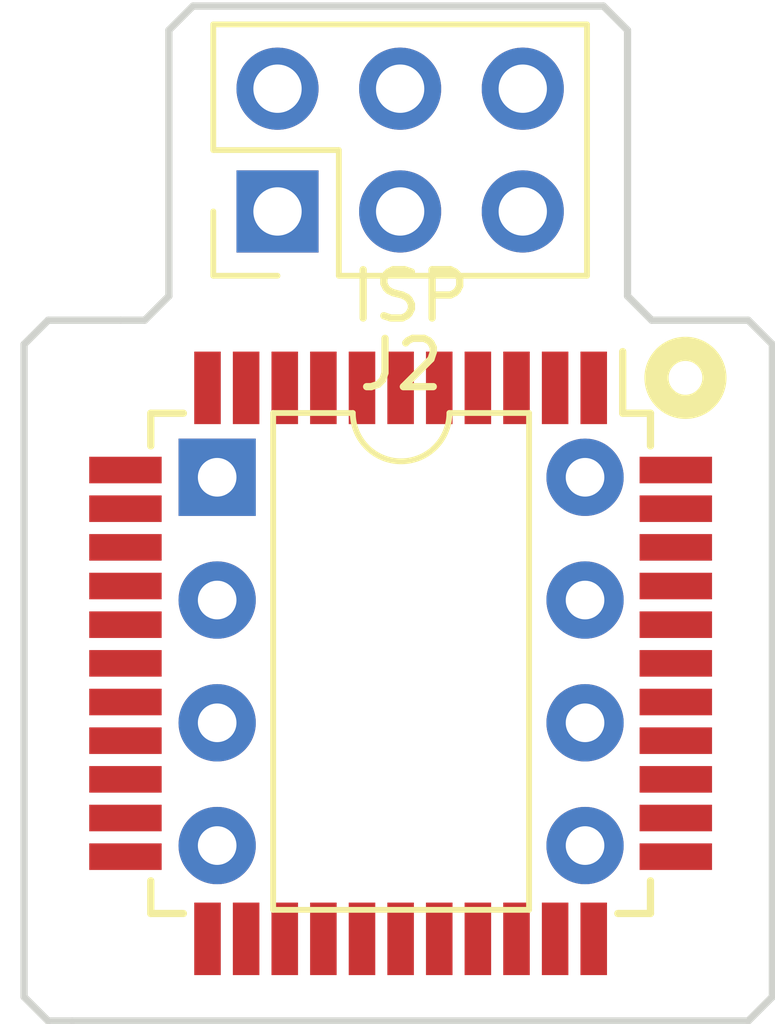
<source format=kicad_pcb>
(kicad_pcb (version 20171130) (host pcbnew "(5.0.0)")

  (general
    (thickness 1.6)
    (drawings 19)
    (tracks 0)
    (zones 0)
    (modules 3)
    (nets 12)
  )

  (page A4)
  (layers
    (0 F.Cu signal)
    (31 B.Cu signal)
    (32 B.Adhes user hide)
    (33 F.Adhes user hide)
    (34 B.Paste user)
    (35 F.Paste user)
    (36 B.SilkS user)
    (37 F.SilkS user)
    (38 B.Mask user)
    (39 F.Mask user)
    (40 Dwgs.User user hide)
    (41 Cmts.User user hide)
    (42 Eco1.User user hide)
    (43 Eco2.User user hide)
    (44 Edge.Cuts user)
    (45 Margin user)
    (46 B.CrtYd user)
    (47 F.CrtYd user)
    (48 B.Fab user)
    (49 F.Fab user)
  )

  (setup
    (last_trace_width 0.25)
    (trace_clearance 0.2)
    (zone_clearance 0.508)
    (zone_45_only no)
    (trace_min 0.2)
    (segment_width 0.2)
    (edge_width 0.15)
    (via_size 0.8)
    (via_drill 0.4)
    (via_min_size 0.4)
    (via_min_drill 0.3)
    (uvia_size 0.3)
    (uvia_drill 0.1)
    (uvias_allowed no)
    (uvia_min_size 0.2)
    (uvia_min_drill 0.1)
    (pcb_text_width 0.3)
    (pcb_text_size 1.5 1.5)
    (mod_edge_width 0.15)
    (mod_text_size 1 1)
    (mod_text_width 0.15)
    (pad_size 1.524 1.524)
    (pad_drill 0.762)
    (pad_to_mask_clearance 0.2)
    (aux_axis_origin 0 0)
    (visible_elements 7FFFFFFF)
    (pcbplotparams
      (layerselection 0x010fc_ffffffff)
      (usegerberextensions false)
      (usegerberattributes false)
      (usegerberadvancedattributes false)
      (creategerberjobfile false)
      (excludeedgelayer true)
      (linewidth 0.100000)
      (plotframeref false)
      (viasonmask false)
      (mode 1)
      (useauxorigin false)
      (hpglpennumber 1)
      (hpglpenspeed 20)
      (hpglpendiameter 15.000000)
      (psnegative false)
      (psa4output false)
      (plotreference true)
      (plotvalue true)
      (plotinvisibletext false)
      (padsonsilk false)
      (subtractmaskfromsilk false)
      (outputformat 1)
      (mirror false)
      (drillshape 0)
      (scaleselection 1)
      (outputdirectory "gerb/"))
  )

  (net 0 "")
  (net 1 MOSI)
  (net 2 RESET)
  (net 3 MISO)
  (net 4 GND)
  (net 5 PB2)
  (net 6 Vcc)
  (net 7 AD2)
  (net 8 PB3)
  (net 9 SCK)
  (net 10 PB1)
  (net 11 PB0)

  (net_class Default "This is the default net class."
    (clearance 0.2)
    (trace_width 0.25)
    (via_dia 0.8)
    (via_drill 0.4)
    (uvia_dia 0.3)
    (uvia_drill 0.1)
    (add_net AD2)
    (add_net GND)
    (add_net MISO)
    (add_net MOSI)
    (add_net PB0)
    (add_net PB1)
    (add_net PB2)
    (add_net PB3)
    (add_net RESET)
    (add_net SCK)
    (add_net Vcc)
  )

  (module Housings_QFP:TQFP-44_10x10mm_Pitch0.8mm (layer F.Cu) (tedit 5BB3403C) (tstamp 5BB32897)
    (at 161.3 94.6 270)
    (descr "44-Lead Plastic Thin Quad Flatpack (PT) - 10x10x1.0 mm Body [TQFP] (see Microchip Packaging Specification 00000049BS.pdf)")
    (tags "QFP 0.8")
    (path /5BB328B5)
    (attr smd)
    (fp_text reference U1 (at 0 -7.45 270) (layer F.Fab) hide
      (effects (font (size 1 1) (thickness 0.15)))
    )
    (fp_text value ATmega1284P-AU (at 0 7.45 270) (layer F.Fab)
      (effects (font (size 1 1) (thickness 0.15)))
    )
    (fp_line (start -5.175 -4.6) (end -6.45 -4.6) (layer F.SilkS) (width 0.15))
    (fp_line (start 5.175 -5.175) (end 4.5 -5.175) (layer F.SilkS) (width 0.15))
    (fp_line (start 5.175 5.175) (end 4.5 5.175) (layer F.SilkS) (width 0.15))
    (fp_line (start -5.175 5.175) (end -4.5 5.175) (layer F.SilkS) (width 0.15))
    (fp_line (start -5.175 -5.175) (end -4.5 -5.175) (layer F.SilkS) (width 0.15))
    (fp_line (start -5.175 5.175) (end -5.175 4.5) (layer F.SilkS) (width 0.15))
    (fp_line (start 5.175 5.175) (end 5.175 4.5) (layer F.SilkS) (width 0.15))
    (fp_line (start 5.175 -5.175) (end 5.175 -4.5) (layer F.SilkS) (width 0.15))
    (fp_line (start -5.175 -5.175) (end -5.175 -4.6) (layer F.SilkS) (width 0.15))
    (fp_line (start -6.7 6.7) (end 6.7 6.7) (layer F.CrtYd) (width 0.05))
    (fp_line (start -6.7 -6.7) (end 6.7 -6.7) (layer F.CrtYd) (width 0.05))
    (fp_line (start 6.7 -6.7) (end 6.7 6.7) (layer F.CrtYd) (width 0.05))
    (fp_line (start -6.7 -6.7) (end -6.7 6.7) (layer F.CrtYd) (width 0.05))
    (fp_line (start -5 -4) (end -4 -5) (layer F.Fab) (width 0.15))
    (fp_line (start -5 5) (end -5 -4) (layer F.Fab) (width 0.15))
    (fp_line (start 5 5) (end -5 5) (layer F.Fab) (width 0.15))
    (fp_line (start 5 -5) (end 5 5) (layer F.Fab) (width 0.15))
    (fp_line (start -4 -5) (end 5 -5) (layer F.Fab) (width 0.15))
    (fp_text user %R (at 0 0 270) (layer F.Fab)
      (effects (font (size 1 1) (thickness 0.15)))
    )
    (pad 44 smd rect (at -4 -5.7) (size 1.5 0.55) (layers F.Cu F.Paste F.Mask))
    (pad 43 smd rect (at -3.2 -5.7) (size 1.5 0.55) (layers F.Cu F.Paste F.Mask)
      (net 8 PB3))
    (pad 42 smd rect (at -2.4 -5.7) (size 1.5 0.55) (layers F.Cu F.Paste F.Mask)
      (net 5 PB2))
    (pad 41 smd rect (at -1.6 -5.7) (size 1.5 0.55) (layers F.Cu F.Paste F.Mask)
      (net 10 PB1))
    (pad 40 smd rect (at -0.8 -5.7) (size 1.5 0.55) (layers F.Cu F.Paste F.Mask)
      (net 11 PB0))
    (pad 39 smd rect (at 0 -5.7) (size 1.5 0.55) (layers F.Cu F.Paste F.Mask)
      (net 4 GND))
    (pad 38 smd rect (at 0.8 -5.7) (size 1.5 0.55) (layers F.Cu F.Paste F.Mask)
      (net 6 Vcc))
    (pad 37 smd rect (at 1.6 -5.7) (size 1.5 0.55) (layers F.Cu F.Paste F.Mask))
    (pad 36 smd rect (at 2.4 -5.7) (size 1.5 0.55) (layers F.Cu F.Paste F.Mask))
    (pad 35 smd rect (at 3.2 -5.7) (size 1.5 0.55) (layers F.Cu F.Paste F.Mask)
      (net 7 AD2))
    (pad 34 smd rect (at 4 -5.7) (size 1.5 0.55) (layers F.Cu F.Paste F.Mask))
    (pad 33 smd rect (at 5.7 -4 270) (size 1.5 0.55) (layers F.Cu F.Paste F.Mask))
    (pad 32 smd rect (at 5.7 -3.2 270) (size 1.5 0.55) (layers F.Cu F.Paste F.Mask))
    (pad 31 smd rect (at 5.7 -2.4 270) (size 1.5 0.55) (layers F.Cu F.Paste F.Mask))
    (pad 30 smd rect (at 5.7 -1.6 270) (size 1.5 0.55) (layers F.Cu F.Paste F.Mask))
    (pad 29 smd rect (at 5.7 -0.8 270) (size 1.5 0.55) (layers F.Cu F.Paste F.Mask))
    (pad 28 smd rect (at 5.7 0 270) (size 1.5 0.55) (layers F.Cu F.Paste F.Mask)
      (net 4 GND))
    (pad 27 smd rect (at 5.7 0.8 270) (size 1.5 0.55) (layers F.Cu F.Paste F.Mask)
      (net 6 Vcc))
    (pad 26 smd rect (at 5.7 1.6 270) (size 1.5 0.55) (layers F.Cu F.Paste F.Mask))
    (pad 25 smd rect (at 5.7 2.4 270) (size 1.5 0.55) (layers F.Cu F.Paste F.Mask))
    (pad 24 smd rect (at 5.7 3.2 270) (size 1.5 0.55) (layers F.Cu F.Paste F.Mask))
    (pad 23 smd rect (at 5.7 4 270) (size 1.5 0.55) (layers F.Cu F.Paste F.Mask))
    (pad 22 smd rect (at 4 5.7) (size 1.5 0.55) (layers F.Cu F.Paste F.Mask))
    (pad 21 smd rect (at 3.2 5.7) (size 1.5 0.55) (layers F.Cu F.Paste F.Mask))
    (pad 20 smd rect (at 2.4 5.7) (size 1.5 0.55) (layers F.Cu F.Paste F.Mask))
    (pad 19 smd rect (at 1.6 5.7) (size 1.5 0.55) (layers F.Cu F.Paste F.Mask))
    (pad 18 smd rect (at 0.8 5.7) (size 1.5 0.55) (layers F.Cu F.Paste F.Mask)
      (net 4 GND))
    (pad 17 smd rect (at 0 5.7) (size 1.5 0.55) (layers F.Cu F.Paste F.Mask)
      (net 6 Vcc))
    (pad 16 smd rect (at -0.8 5.7) (size 1.5 0.55) (layers F.Cu F.Paste F.Mask))
    (pad 15 smd rect (at -1.6 5.7) (size 1.5 0.55) (layers F.Cu F.Paste F.Mask))
    (pad 14 smd rect (at -2.4 5.7) (size 1.5 0.55) (layers F.Cu F.Paste F.Mask))
    (pad 13 smd rect (at -3.2 5.7) (size 1.5 0.55) (layers F.Cu F.Paste F.Mask))
    (pad 12 smd rect (at -4 5.7) (size 1.5 0.55) (layers F.Cu F.Paste F.Mask))
    (pad 11 smd rect (at -5.7 4 270) (size 1.5 0.55) (layers F.Cu F.Paste F.Mask))
    (pad 10 smd rect (at -5.7 3.2 270) (size 1.5 0.55) (layers F.Cu F.Paste F.Mask))
    (pad 9 smd rect (at -5.7 2.4 270) (size 1.5 0.55) (layers F.Cu F.Paste F.Mask))
    (pad 8 smd rect (at -5.7 1.6 270) (size 1.5 0.55) (layers F.Cu F.Paste F.Mask))
    (pad 7 smd rect (at -5.7 0.8 270) (size 1.5 0.55) (layers F.Cu F.Paste F.Mask))
    (pad 6 smd rect (at -5.7 0 270) (size 1.5 0.55) (layers F.Cu F.Paste F.Mask)
      (net 4 GND))
    (pad 5 smd rect (at -5.7 -0.8 270) (size 1.5 0.55) (layers F.Cu F.Paste F.Mask)
      (net 6 Vcc))
    (pad 4 smd rect (at -5.7 -1.6 270) (size 1.5 0.55) (layers F.Cu F.Paste F.Mask)
      (net 2 RESET))
    (pad 3 smd rect (at -5.7 -2.4 270) (size 1.5 0.55) (layers F.Cu F.Paste F.Mask)
      (net 9 SCK))
    (pad 2 smd rect (at -5.7 -3.2 270) (size 1.5 0.55) (layers F.Cu F.Paste F.Mask)
      (net 3 MISO))
    (pad 1 smd rect (at -5.7 -4 270) (size 1.5 0.55) (layers F.Cu F.Paste F.Mask)
      (net 1 MOSI))
    (model ${KISYS3DMOD}/Housings_QFP.3dshapes/TQFP-44_10x10mm_Pitch0.8mm.wrl
      (at (xyz 0 0 0))
      (scale (xyz 1 1 1))
      (rotate (xyz 0 0 0))
    )
  )

  (module Pin_Headers:Pin_Header_Straight_2x03_Pitch2.54mm (layer F.Cu) (tedit 5BE02FF8) (tstamp 5BE0304B)
    (at 158.75 85.25 90)
    (descr "Through hole straight pin header, 2x03, 2.54mm pitch, double rows")
    (tags "Through hole pin header THT 2x03 2.54mm double row")
    (path /5BE02E03)
    (fp_text reference J1 (at 1.27 -2.33 90) (layer F.Fab)
      (effects (font (size 1 1) (thickness 0.15)))
    )
    (fp_text value ISP (at -1.75 2.75 180) (layer F.SilkS)
      (effects (font (size 1 1) (thickness 0.15)))
    )
    (fp_text user %R (at 1.27 2.54 180) (layer F.Fab)
      (effects (font (size 1 1) (thickness 0.15)))
    )
    (fp_line (start 4.35 -1.8) (end -1.8 -1.8) (layer F.CrtYd) (width 0.05))
    (fp_line (start 4.35 6.85) (end 4.35 -1.8) (layer F.CrtYd) (width 0.05))
    (fp_line (start -1.8 6.85) (end 4.35 6.85) (layer F.CrtYd) (width 0.05))
    (fp_line (start -1.8 -1.8) (end -1.8 6.85) (layer F.CrtYd) (width 0.05))
    (fp_line (start -1.33 -1.33) (end 0 -1.33) (layer F.SilkS) (width 0.12))
    (fp_line (start -1.33 0) (end -1.33 -1.33) (layer F.SilkS) (width 0.12))
    (fp_line (start 1.27 -1.33) (end 3.87 -1.33) (layer F.SilkS) (width 0.12))
    (fp_line (start 1.27 1.27) (end 1.27 -1.33) (layer F.SilkS) (width 0.12))
    (fp_line (start -1.33 1.27) (end 1.27 1.27) (layer F.SilkS) (width 0.12))
    (fp_line (start 3.87 -1.33) (end 3.87 6.41) (layer F.SilkS) (width 0.12))
    (fp_line (start -1.33 1.27) (end -1.33 6.41) (layer F.SilkS) (width 0.12))
    (fp_line (start -1.33 6.41) (end 3.87 6.41) (layer F.SilkS) (width 0.12))
    (fp_line (start -1.27 0) (end 0 -1.27) (layer F.Fab) (width 0.1))
    (fp_line (start -1.27 6.35) (end -1.27 0) (layer F.Fab) (width 0.1))
    (fp_line (start 3.81 6.35) (end -1.27 6.35) (layer F.Fab) (width 0.1))
    (fp_line (start 3.81 -1.27) (end 3.81 6.35) (layer F.Fab) (width 0.1))
    (fp_line (start 0 -1.27) (end 3.81 -1.27) (layer F.Fab) (width 0.1))
    (pad 6 thru_hole oval (at 2.54 5.08 90) (size 1.7 1.7) (drill 1) (layers *.Cu *.Mask)
      (net 4 GND))
    (pad 5 thru_hole oval (at 0 5.08 90) (size 1.7 1.7) (drill 1) (layers *.Cu *.Mask)
      (net 2 RESET))
    (pad 4 thru_hole oval (at 2.54 2.54 90) (size 1.7 1.7) (drill 1) (layers *.Cu *.Mask)
      (net 1 MOSI))
    (pad 3 thru_hole oval (at 0 2.54 90) (size 1.7 1.7) (drill 1) (layers *.Cu *.Mask)
      (net 9 SCK))
    (pad 2 thru_hole oval (at 2.54 0 90) (size 1.7 1.7) (drill 1) (layers *.Cu *.Mask)
      (net 6 Vcc))
    (pad 1 thru_hole rect (at 0 0 90) (size 1.7 1.7) (drill 1) (layers *.Cu *.Mask)
      (net 3 MISO))
    (model ${KISYS3DMOD}/Pin_Headers.3dshapes/Pin_Header_Straight_2x03_Pitch2.54mm.wrl
      (at (xyz 0 0 0))
      (scale (xyz 1 1 1))
      (rotate (xyz 0 0 0))
    )
  )

  (module Housings_DIP:DIP-8_W7.62mm (layer F.Cu) (tedit 59C78D6B) (tstamp 5BE02FDE)
    (at 157.5 90.75)
    (descr "8-lead though-hole mounted DIP package, row spacing 7.62 mm (300 mils)")
    (tags "THT DIP DIL PDIP 2.54mm 7.62mm 300mil")
    (path /5BB3296C)
    (fp_text reference J2 (at 3.81 -2.33) (layer F.SilkS)
      (effects (font (size 1 1) (thickness 0.15)))
    )
    (fp_text value DIP8 (at 3.81 9.95) (layer F.Fab)
      (effects (font (size 1 1) (thickness 0.15)))
    )
    (fp_text user %R (at 3.81 3.81) (layer F.Fab)
      (effects (font (size 1 1) (thickness 0.15)))
    )
    (fp_line (start 8.7 -1.55) (end -1.1 -1.55) (layer F.CrtYd) (width 0.05))
    (fp_line (start 8.7 9.15) (end 8.7 -1.55) (layer F.CrtYd) (width 0.05))
    (fp_line (start -1.1 9.15) (end 8.7 9.15) (layer F.CrtYd) (width 0.05))
    (fp_line (start -1.1 -1.55) (end -1.1 9.15) (layer F.CrtYd) (width 0.05))
    (fp_line (start 6.46 -1.33) (end 4.81 -1.33) (layer F.SilkS) (width 0.12))
    (fp_line (start 6.46 8.95) (end 6.46 -1.33) (layer F.SilkS) (width 0.12))
    (fp_line (start 1.16 8.95) (end 6.46 8.95) (layer F.SilkS) (width 0.12))
    (fp_line (start 1.16 -1.33) (end 1.16 8.95) (layer F.SilkS) (width 0.12))
    (fp_line (start 2.81 -1.33) (end 1.16 -1.33) (layer F.SilkS) (width 0.12))
    (fp_line (start 0.635 -0.27) (end 1.635 -1.27) (layer F.Fab) (width 0.1))
    (fp_line (start 0.635 8.89) (end 0.635 -0.27) (layer F.Fab) (width 0.1))
    (fp_line (start 6.985 8.89) (end 0.635 8.89) (layer F.Fab) (width 0.1))
    (fp_line (start 6.985 -1.27) (end 6.985 8.89) (layer F.Fab) (width 0.1))
    (fp_line (start 1.635 -1.27) (end 6.985 -1.27) (layer F.Fab) (width 0.1))
    (fp_arc (start 3.81 -1.33) (end 2.81 -1.33) (angle -180) (layer F.SilkS) (width 0.12))
    (pad 8 thru_hole oval (at 7.62 0) (size 1.6 1.6) (drill 0.8) (layers *.Cu *.Mask)
      (net 6 Vcc))
    (pad 4 thru_hole oval (at 0 7.62) (size 1.6 1.6) (drill 0.8) (layers *.Cu *.Mask)
      (net 4 GND))
    (pad 7 thru_hole oval (at 7.62 2.54) (size 1.6 1.6) (drill 0.8) (layers *.Cu *.Mask)
      (net 5 PB2))
    (pad 3 thru_hole oval (at 0 5.08) (size 1.6 1.6) (drill 0.8) (layers *.Cu *.Mask)
      (net 7 AD2))
    (pad 6 thru_hole oval (at 7.62 5.08) (size 1.6 1.6) (drill 0.8) (layers *.Cu *.Mask)
      (net 10 PB1))
    (pad 2 thru_hole oval (at 0 2.54) (size 1.6 1.6) (drill 0.8) (layers *.Cu *.Mask)
      (net 8 PB3))
    (pad 5 thru_hole oval (at 7.62 7.62) (size 1.6 1.6) (drill 0.8) (layers *.Cu *.Mask)
      (net 11 PB0))
    (pad 1 thru_hole rect (at 0 0) (size 1.6 1.6) (drill 0.8) (layers *.Cu *.Mask)
      (net 2 RESET))
    (model ${KISYS3DMOD}/Housings_DIP.3dshapes/DIP-8_W7.62mm.wrl
      (at (xyz 0 0 0))
      (scale (xyz 1 1 1))
      (rotate (xyz 0 0 0))
    )
  )

  (gr_line (start 153.5 101.5) (end 153.5 88) (layer Edge.Cuts) (width 0.15))
  (gr_line (start 153.5 88) (end 154 87.5) (layer Edge.Cuts) (width 0.15))
  (gr_line (start 154 102) (end 153.5 101.5) (layer Edge.Cuts) (width 0.15))
  (gr_line (start 168.5 102) (end 154.5 102) (layer Edge.Cuts) (width 0.15))
  (gr_line (start 154.5 102) (end 154 102) (layer Edge.Cuts) (width 0.15))
  (gr_line (start 169 88) (end 169 101.5) (layer Edge.Cuts) (width 0.15))
  (gr_line (start 169 101.5) (end 168.5 102) (layer Edge.Cuts) (width 0.15))
  (gr_line (start 168.5 87.5) (end 169 88) (layer Edge.Cuts) (width 0.15))
  (gr_line (start 166.5 87.5) (end 168.5 87.5) (layer Edge.Cuts) (width 0.15))
  (gr_line (start 166 87) (end 166.5 87.5) (layer Edge.Cuts) (width 0.15))
  (gr_line (start 166 81.5) (end 166 87) (layer Edge.Cuts) (width 0.15))
  (gr_line (start 157 81) (end 165.5 81) (layer Edge.Cuts) (width 0.15))
  (gr_line (start 165.5 81) (end 166 81.5) (layer Edge.Cuts) (width 0.15))
  (gr_line (start 156.5 87) (end 156.5 81.5) (layer Edge.Cuts) (width 0.15))
  (gr_line (start 156.5 81.5) (end 157 81) (layer Edge.Cuts) (width 0.15))
  (gr_line (start 156 87.5) (end 156.5 87) (layer Edge.Cuts) (width 0.15))
  (gr_line (start 154 87.5) (end 155.5 87.5) (layer Edge.Cuts) (width 0.15))
  (gr_line (start 155.5 87.5) (end 156 87.5) (layer Edge.Cuts) (width 0.15))
  (gr_circle (center 167.2 88.692894) (end 167.8 88.692894) (layer F.SilkS) (width 0.5) (tstamp 5BE03509))

)

</source>
